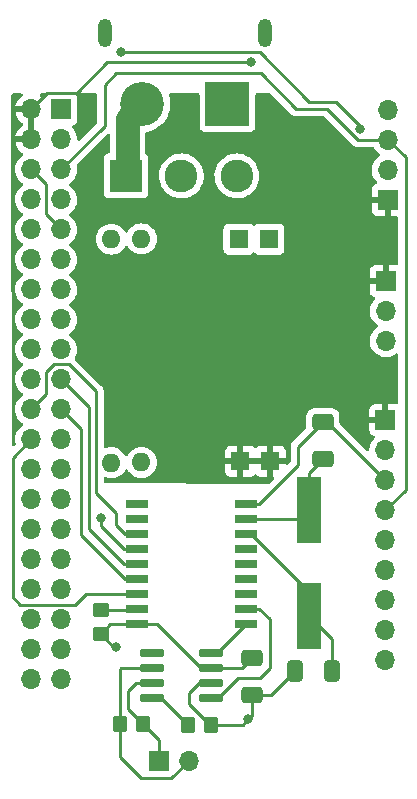
<source format=gbr>
%TF.GenerationSoftware,KiCad,Pcbnew,(6.0.5-0)*%
%TF.CreationDate,2024-03-04T13:36:44-05:00*%
%TF.ProjectId,CubeSat PCB V0.3,43756265-5361-4742-9050-43422056302e,rev?*%
%TF.SameCoordinates,Original*%
%TF.FileFunction,Copper,L1,Top*%
%TF.FilePolarity,Positive*%
%FSLAX46Y46*%
G04 Gerber Fmt 4.6, Leading zero omitted, Abs format (unit mm)*
G04 Created by KiCad (PCBNEW (6.0.5-0)) date 2024-03-04 13:36:44*
%MOMM*%
%LPD*%
G01*
G04 APERTURE LIST*
G04 Aperture macros list*
%AMRoundRect*
0 Rectangle with rounded corners*
0 $1 Rounding radius*
0 $2 $3 $4 $5 $6 $7 $8 $9 X,Y pos of 4 corners*
0 Add a 4 corners polygon primitive as box body*
4,1,4,$2,$3,$4,$5,$6,$7,$8,$9,$2,$3,0*
0 Add four circle primitives for the rounded corners*
1,1,$1+$1,$2,$3*
1,1,$1+$1,$4,$5*
1,1,$1+$1,$6,$7*
1,1,$1+$1,$8,$9*
0 Add four rect primitives between the rounded corners*
20,1,$1+$1,$2,$3,$4,$5,0*
20,1,$1+$1,$4,$5,$6,$7,0*
20,1,$1+$1,$6,$7,$8,$9,0*
20,1,$1+$1,$8,$9,$2,$3,0*%
G04 Aperture macros list end*
%TA.AperFunction,SMDPad,CuDef*%
%ADD10RoundRect,0.250000X-0.350000X-0.450000X0.350000X-0.450000X0.350000X0.450000X-0.350000X0.450000X0*%
%TD*%
%TA.AperFunction,SMDPad,CuDef*%
%ADD11RoundRect,0.042000X0.943000X0.258000X-0.943000X0.258000X-0.943000X-0.258000X0.943000X-0.258000X0*%
%TD*%
%TA.AperFunction,SMDPad,CuDef*%
%ADD12R,2.100000X5.600000*%
%TD*%
%TA.AperFunction,SMDPad,CuDef*%
%ADD13RoundRect,0.250000X0.350000X0.450000X-0.350000X0.450000X-0.350000X-0.450000X0.350000X-0.450000X0*%
%TD*%
%TA.AperFunction,SMDPad,CuDef*%
%ADD14RoundRect,0.250000X-0.650000X0.412500X-0.650000X-0.412500X0.650000X-0.412500X0.650000X0.412500X0*%
%TD*%
%TA.AperFunction,ComponentPad*%
%ADD15R,1.700000X1.700000*%
%TD*%
%TA.AperFunction,ComponentPad*%
%ADD16O,1.700000X1.700000*%
%TD*%
%TA.AperFunction,SMDPad,CuDef*%
%ADD17RoundRect,0.042000X0.913000X0.258000X-0.913000X0.258000X-0.913000X-0.258000X0.913000X-0.258000X0*%
%TD*%
%TA.AperFunction,SMDPad,CuDef*%
%ADD18RoundRect,0.250000X0.650000X-0.412500X0.650000X0.412500X-0.650000X0.412500X-0.650000X-0.412500X0*%
%TD*%
%TA.AperFunction,SMDPad,CuDef*%
%ADD19RoundRect,0.250000X-0.412500X-0.650000X0.412500X-0.650000X0.412500X0.650000X-0.412500X0.650000X0*%
%TD*%
%TA.AperFunction,SMDPad,CuDef*%
%ADD20RoundRect,0.250000X0.450000X-0.350000X0.450000X0.350000X-0.450000X0.350000X-0.450000X-0.350000X0*%
%TD*%
%TA.AperFunction,ComponentPad*%
%ADD21R,1.600000X1.600000*%
%TD*%
%TA.AperFunction,ComponentPad*%
%ADD22O,1.600000X1.600000*%
%TD*%
%TA.AperFunction,ComponentPad*%
%ADD23R,3.716000X3.716000*%
%TD*%
%TA.AperFunction,ComponentPad*%
%ADD24C,3.716000*%
%TD*%
%TA.AperFunction,ComponentPad*%
%ADD25O,1.200000X2.400000*%
%TD*%
%TA.AperFunction,ComponentPad*%
%ADD26R,2.775000X2.775000*%
%TD*%
%TA.AperFunction,ComponentPad*%
%ADD27C,2.775000*%
%TD*%
%TA.AperFunction,ViaPad*%
%ADD28C,0.800000*%
%TD*%
%TA.AperFunction,Conductor*%
%ADD29C,0.250000*%
%TD*%
%TA.AperFunction,Conductor*%
%ADD30C,2.000000*%
%TD*%
G04 APERTURE END LIST*
D10*
%TO.P,R3,1*%
%TO.N,Net-(J7-Pad2)*%
X95025000Y-122425000D03*
%TO.P,R3,2*%
%TO.N,Net-(J7-Pad1)*%
X97025000Y-122425000D03*
%TD*%
D11*
%TO.P,U2,1,D*%
%TO.N,/RX_CAN*%
X102725000Y-120175000D03*
%TO.P,U2,2,GND*%
%TO.N,GND*%
X102725000Y-118905000D03*
%TO.P,U2,3,VCC*%
%TO.N,+3V3*%
X102725000Y-117635000D03*
%TO.P,U2,4,R*%
%TO.N,/TX_CAN*%
X102725000Y-116365000D03*
%TO.P,U2,5,VREF*%
%TO.N,unconnected-(U2-Pad5)*%
X97785000Y-116365000D03*
%TO.P,U2,6,CANL*%
%TO.N,Net-(J7-Pad2)*%
X97785000Y-117635000D03*
%TO.P,U2,7,CANH*%
%TO.N,Net-(J7-Pad1)*%
X97785000Y-118905000D03*
%TO.P,U2,8,RS*%
%TO.N,Net-(R2-Pad2)*%
X97785000Y-120175000D03*
%TD*%
D12*
%TO.P,Y1,1,1*%
%TO.N,/OSC2*%
X111025000Y-113250000D03*
%TO.P,Y1,2,2*%
%TO.N,/OSC1*%
X111025000Y-104250000D03*
%TD*%
D13*
%TO.P,R2,1*%
%TO.N,GND*%
X102775000Y-122450000D03*
%TO.P,R2,2*%
%TO.N,Net-(R2-Pad2)*%
X100775000Y-122450000D03*
%TD*%
D14*
%TO.P,C1,1*%
%TO.N,GND*%
X112225000Y-96812500D03*
%TO.P,C1,2*%
%TO.N,/OSC1*%
X112225000Y-99937500D03*
%TD*%
D15*
%TO.P,J7,1,Pin_1*%
%TO.N,Net-(J7-Pad1)*%
X98325000Y-125500000D03*
D16*
%TO.P,J7,2,Pin_2*%
%TO.N,Net-(J7-Pad2)*%
X100865000Y-125500000D03*
%TD*%
D15*
%TO.P,J1,1,3V3*%
%TO.N,+3V3*%
X90075000Y-70350000D03*
D16*
%TO.P,J1,2,5V*%
%TO.N,+5V*%
X87535000Y-70350000D03*
%TO.P,J1,3,SDA/GPIO2*%
%TO.N,/SDA*%
X90075000Y-72890000D03*
%TO.P,J1,4,5V*%
%TO.N,+5V*%
X87535000Y-72890000D03*
%TO.P,J1,5,SCL/GPIO3*%
%TO.N,/SCL*%
X90075000Y-75430000D03*
%TO.P,J1,6,GND*%
%TO.N,GND*%
X87535000Y-75430000D03*
%TO.P,J1,7,GCLK0/GPIO4*%
%TO.N,unconnected-(J1-Pad7)*%
X90075000Y-77970000D03*
%TO.P,J1,8,GPIO14/TXD*%
%TO.N,unconnected-(J1-Pad8)*%
X87535000Y-77970000D03*
%TO.P,J1,9,GND*%
%TO.N,GND*%
X90075000Y-80510000D03*
%TO.P,J1,10,GPIO15/RXD*%
%TO.N,unconnected-(J1-Pad10)*%
X87535000Y-80510000D03*
%TO.P,J1,11,GPIO17*%
%TO.N,unconnected-(J1-Pad11)*%
X90075000Y-83050000D03*
%TO.P,J1,12,GPIO18/PWM0*%
%TO.N,/led*%
X87535000Y-83050000D03*
%TO.P,J1,13,GPIO27*%
%TO.N,unconnected-(J1-Pad13)*%
X90075000Y-85590000D03*
%TO.P,J1,14,GND*%
%TO.N,GND*%
X87535000Y-85590000D03*
%TO.P,J1,15,GPIO22*%
%TO.N,unconnected-(J1-Pad15)*%
X90075000Y-88130000D03*
%TO.P,J1,16,GPIO23*%
%TO.N,unconnected-(J1-Pad16)*%
X87535000Y-88130000D03*
%TO.P,J1,17,3V3*%
%TO.N,+3V3*%
X90075000Y-90670000D03*
%TO.P,J1,18,GPIO24*%
%TO.N,unconnected-(J1-Pad18)*%
X87535000Y-90670000D03*
%TO.P,J1,19,MOSI0/GPIO10*%
%TO.N,/P_MOSI*%
X90075000Y-93210000D03*
%TO.P,J1,20,GND*%
%TO.N,GND*%
X87535000Y-93210000D03*
%TO.P,J1,21,MISO0/GPIO9*%
%TO.N,/P_MISO*%
X90075000Y-95750000D03*
%TO.P,J1,22,GPIO25*%
%TO.N,/GP25*%
X87535000Y-95750000D03*
%TO.P,J1,23,SCLK0/GPIO11*%
%TO.N,/P_SCK*%
X90075000Y-98290000D03*
%TO.P,J1,24,~{CE0}/GPIO8*%
%TO.N,/P_CE0*%
X87535000Y-98290000D03*
%TO.P,J1,25,GND*%
%TO.N,GND*%
X90075000Y-100830000D03*
%TO.P,J1,26,~{CE1}/GPIO7*%
%TO.N,unconnected-(J1-Pad26)*%
X87535000Y-100830000D03*
%TO.P,J1,27,ID_SD/GPIO0*%
%TO.N,unconnected-(J1-Pad27)*%
X90075000Y-103370000D03*
%TO.P,J1,28,ID_SC/GPIO1*%
%TO.N,unconnected-(J1-Pad28)*%
X87535000Y-103370000D03*
%TO.P,J1,29,GCLK1/GPIO5*%
%TO.N,unconnected-(J1-Pad29)*%
X90075000Y-105910000D03*
%TO.P,J1,30,GND*%
%TO.N,GND*%
X87535000Y-105910000D03*
%TO.P,J1,31,GCLK2/GPIO6*%
%TO.N,unconnected-(J1-Pad31)*%
X90075000Y-108450000D03*
%TO.P,J1,32,PWM0/GPIO12*%
%TO.N,unconnected-(J1-Pad32)*%
X87535000Y-108450000D03*
%TO.P,J1,33,PWM1/GPIO13*%
%TO.N,unconnected-(J1-Pad33)*%
X90075000Y-110990000D03*
%TO.P,J1,34,GND*%
%TO.N,GND*%
X87535000Y-110990000D03*
%TO.P,J1,35,GPIO19/MISO1*%
%TO.N,unconnected-(J1-Pad35)*%
X90075000Y-113530000D03*
%TO.P,J1,36,GPIO16*%
%TO.N,unconnected-(J1-Pad36)*%
X87535000Y-113530000D03*
%TO.P,J1,37,GPIO26*%
%TO.N,unconnected-(J1-Pad37)*%
X90075000Y-116070000D03*
%TO.P,J1,38,GPIO20/MOSI1*%
%TO.N,unconnected-(J1-Pad38)*%
X87535000Y-116070000D03*
%TO.P,J1,39,GND*%
%TO.N,GND*%
X90075000Y-118610000D03*
%TO.P,J1,40,GPIO21/SCLK1*%
%TO.N,unconnected-(J1-Pad40)*%
X87535000Y-118610000D03*
%TD*%
D17*
%TO.P,U3,1,TXCAN*%
%TO.N,/TX_CAN*%
X105695000Y-113930000D03*
%TO.P,U3,2,RXCAN*%
%TO.N,/RX_CAN*%
X105695000Y-112660000D03*
%TO.P,U3,3,CLKOUT/SOF*%
%TO.N,unconnected-(U3-Pad3)*%
X105695000Y-111390000D03*
%TO.P,U3,4,~{TX0RTS}*%
%TO.N,unconnected-(U3-Pad4)*%
X105695000Y-110120000D03*
%TO.P,U3,5,~{TX1RTS}*%
%TO.N,unconnected-(U3-Pad5)*%
X105695000Y-108850000D03*
%TO.P,U3,6,~{TX2RTS}*%
%TO.N,unconnected-(U3-Pad6)*%
X105695000Y-107580000D03*
%TO.P,U3,7,OSC2*%
%TO.N,/OSC2*%
X105695000Y-106310000D03*
%TO.P,U3,8,OSC1*%
%TO.N,/OSC1*%
X105695000Y-105040000D03*
%TO.P,U3,9,VSS*%
%TO.N,GND*%
X105695000Y-103770000D03*
%TO.P,U3,10,~{RX1BF}*%
%TO.N,unconnected-(U3-Pad10)*%
X96475000Y-103770000D03*
%TO.P,U3,11,~{RX0BF}*%
%TO.N,unconnected-(U3-Pad11)*%
X96475000Y-105040000D03*
%TO.P,U3,12,~{INT}*%
%TO.N,/GP25*%
X96475000Y-106310000D03*
%TO.P,U3,13,SCK*%
%TO.N,/P_SCK*%
X96475000Y-107580000D03*
%TO.P,U3,14,SI*%
%TO.N,/P_MOSI*%
X96475000Y-108850000D03*
%TO.P,U3,15,SO*%
%TO.N,/P_MISO*%
X96475000Y-110120000D03*
%TO.P,U3,16,~{CS}*%
%TO.N,/P_CE0*%
X96475000Y-111390000D03*
%TO.P,U3,17,~{RESET}*%
%TO.N,Net-(R1-Pad2)*%
X96475000Y-112660000D03*
%TO.P,U3,18,VDD*%
%TO.N,+3V3*%
X96475000Y-113930000D03*
%TD*%
D18*
%TO.P,C3,1*%
%TO.N,GND*%
X106200000Y-119912500D03*
%TO.P,C3,2*%
%TO.N,+3V3*%
X106200000Y-116787500D03*
%TD*%
D19*
%TO.P,C2,1*%
%TO.N,GND*%
X109837500Y-117900000D03*
%TO.P,C2,2*%
%TO.N,/OSC2*%
X112962500Y-117900000D03*
%TD*%
D20*
%TO.P,R1,1*%
%TO.N,+3V3*%
X93400000Y-114725000D03*
%TO.P,R1,2*%
%TO.N,Net-(R1-Pad2)*%
X93400000Y-112725000D03*
%TD*%
D21*
%TO.P,U1,1,Vin*%
%TO.N,+BATT*%
X107662000Y-81340000D03*
X105122000Y-81340000D03*
D22*
%TO.P,U1,2,GND*%
%TO.N,GND*%
X96867000Y-81314600D03*
X94327000Y-81340000D03*
D21*
%TO.P,U1,3,Vout*%
%TO.N,+5V*%
X107789000Y-100136000D03*
X105249000Y-100136000D03*
D22*
%TO.P,U1,4,GND*%
%TO.N,GND*%
X94327000Y-100263000D03*
X96867000Y-100237600D03*
%TD*%
D23*
%TO.P,J4,1,+*%
%TO.N,+BATT*%
X104150000Y-69900000D03*
D24*
%TO.P,J4,2,-*%
%TO.N,Net-(J4-Pad2)*%
X96950000Y-69900000D03*
D25*
%TO.P,J4,S1*%
%TO.N,N/C*%
X107300000Y-63900000D03*
%TO.P,J4,S2*%
X93800000Y-63900000D03*
%TD*%
D26*
%TO.P,SW1,1,A*%
%TO.N,Net-(J4-Pad2)*%
X95550000Y-75975000D03*
D27*
%TO.P,SW1,2,B*%
%TO.N,GND*%
X100250000Y-75975000D03*
%TO.P,SW1,3,C*%
%TO.N,unconnected-(SW1-Pad3)*%
X104950000Y-75975000D03*
%TD*%
D15*
%TO.P,J5,1,Pin_1*%
%TO.N,+5V*%
X117550000Y-84875000D03*
D16*
%TO.P,J5,2,Pin_2*%
%TO.N,/led*%
X117550000Y-87415000D03*
%TO.P,J5,3,Pin_3*%
%TO.N,GND*%
X117550000Y-89955000D03*
%TD*%
D15*
%TO.P,J2,1,Pin_1*%
%TO.N,+5V*%
X117725000Y-78000000D03*
D16*
%TO.P,J2,2,Pin_2*%
%TO.N,/SDA*%
X117725000Y-75460000D03*
%TO.P,J2,3,Pin_3*%
%TO.N,/SCL*%
X117725000Y-72920000D03*
%TO.P,J2,4,Pin_4*%
%TO.N,GND*%
X117725000Y-70380000D03*
%TD*%
D15*
%TO.P,J3,1,Pin_1*%
%TO.N,+5V*%
X117525000Y-96650000D03*
D16*
%TO.P,J3,2,Pin_2*%
%TO.N,unconnected-(J3-Pad2)*%
X117525000Y-99190000D03*
%TO.P,J3,3,Pin_3*%
%TO.N,GND*%
X117525000Y-101730000D03*
%TO.P,J3,4,Pin_4*%
%TO.N,/SCL*%
X117525000Y-104270000D03*
%TO.P,J3,5,Pin_5*%
%TO.N,/SDA*%
X117525000Y-106810000D03*
%TO.P,J3,6,Pin_6*%
%TO.N,unconnected-(J3-Pad6)*%
X117525000Y-109350000D03*
%TO.P,J3,7,Pin_7*%
%TO.N,unconnected-(J3-Pad7)*%
X117525000Y-111890000D03*
%TO.P,J3,8,Pin_8*%
%TO.N,unconnected-(J3-Pad8)*%
X117525000Y-114430000D03*
%TO.P,J3,9,Pin_9*%
%TO.N,unconnected-(J3-Pad9)*%
X117525000Y-116970000D03*
%TD*%
D28*
%TO.N,GND*%
X105887500Y-121987500D03*
%TO.N,/led*%
X95100000Y-65500000D03*
X115400000Y-72050000D03*
%TO.N,+3V3*%
X94725000Y-115825000D03*
%TO.N,/P_SCK*%
X93450000Y-104974337D03*
%TO.N,+5V*%
X111925000Y-71450000D03*
X106125000Y-66375000D03*
%TD*%
D29*
%TO.N,/OSC1*%
X105695000Y-105040000D02*
X110235000Y-105040000D01*
X112225000Y-99937500D02*
X111025000Y-101137500D01*
X111025000Y-101137500D02*
X111025000Y-104250000D01*
X110235000Y-105040000D02*
X111025000Y-104250000D01*
%TO.N,/SCL*%
X115195000Y-72920000D02*
X117725000Y-72920000D01*
X93750000Y-68275000D02*
X94725000Y-67300000D01*
X94725000Y-67300000D02*
X106975000Y-67300000D01*
X90075000Y-75430000D02*
X93750000Y-71755000D01*
X119225000Y-74420000D02*
X117725000Y-72920000D01*
X112550000Y-70275000D02*
X115195000Y-72920000D01*
X109950000Y-70275000D02*
X112550000Y-70275000D01*
X93750000Y-71755000D02*
X93750000Y-68275000D01*
X119225000Y-102570000D02*
X119225000Y-74420000D01*
X106975000Y-67300000D02*
X109950000Y-70275000D01*
X117525000Y-104270000D02*
X119225000Y-102570000D01*
%TO.N,GND*%
X106200000Y-121675000D02*
X105887500Y-121987500D01*
X106200000Y-119912500D02*
X106200000Y-121675000D01*
X102650000Y-122450000D02*
X102775000Y-122450000D01*
X106830000Y-103770000D02*
X110125000Y-100475000D01*
X117525000Y-101730000D02*
X112607500Y-96812500D01*
X105425000Y-122450000D02*
X102775000Y-122450000D01*
X100875000Y-119800000D02*
X100875000Y-120675000D01*
X107825000Y-119912500D02*
X106200000Y-119912500D01*
X88800000Y-76695000D02*
X88800000Y-79235000D01*
X109837500Y-117900000D02*
X107825000Y-119912500D01*
X88800000Y-79235000D02*
X90075000Y-80510000D01*
X110125000Y-98912500D02*
X112225000Y-96812500D01*
X101770000Y-118905000D02*
X100875000Y-119800000D01*
X100875000Y-120675000D02*
X102650000Y-122450000D01*
X105695000Y-103770000D02*
X106830000Y-103770000D01*
X102725000Y-118905000D02*
X101770000Y-118905000D01*
X87535000Y-75430000D02*
X88800000Y-76695000D01*
X110125000Y-100475000D02*
X110125000Y-98912500D01*
X112607500Y-96812500D02*
X112225000Y-96812500D01*
X105887500Y-121987500D02*
X105425000Y-122450000D01*
%TO.N,/led*%
X115400000Y-71725000D02*
X113375000Y-69700000D01*
X113375000Y-69700000D02*
X111075929Y-69700000D01*
X115400000Y-72050000D02*
X115400000Y-71725000D01*
X106875929Y-65500000D02*
X95100000Y-65500000D01*
X111075929Y-69700000D02*
X106875929Y-65500000D01*
%TO.N,/OSC2*%
X106114337Y-106310000D02*
X111025000Y-111220663D01*
X112962500Y-115187500D02*
X111025000Y-113250000D01*
X105695000Y-106310000D02*
X106114337Y-106310000D01*
X112962500Y-117900000D02*
X112962500Y-115187500D01*
X111025000Y-111220663D02*
X111025000Y-113250000D01*
%TO.N,+3V3*%
X98180000Y-113930000D02*
X101885000Y-117635000D01*
X94500000Y-115825000D02*
X93400000Y-114725000D01*
X102725000Y-117635000D02*
X105352500Y-117635000D01*
X101885000Y-117635000D02*
X102725000Y-117635000D01*
X94725000Y-115825000D02*
X94500000Y-115825000D01*
X94195000Y-113930000D02*
X93400000Y-114725000D01*
X96475000Y-113930000D02*
X94195000Y-113930000D01*
X96475000Y-113930000D02*
X98180000Y-113930000D01*
X105352500Y-117635000D02*
X106200000Y-116787500D01*
%TO.N,/P_MOSI*%
X92400000Y-105850000D02*
X95400000Y-108850000D01*
X90075000Y-93210000D02*
X92400000Y-95535000D01*
X92400000Y-95535000D02*
X92400000Y-105850000D01*
X95400000Y-108850000D02*
X96475000Y-108850000D01*
%TO.N,/P_MISO*%
X91725000Y-97400000D02*
X90075000Y-95750000D01*
X95445000Y-110120000D02*
X91725000Y-106400000D01*
X91725000Y-106400000D02*
X91725000Y-97400000D01*
X96475000Y-110120000D02*
X95445000Y-110120000D01*
%TO.N,/GP25*%
X88800000Y-92550000D02*
X88800000Y-94485000D01*
X90750000Y-91925000D02*
X89425000Y-91925000D01*
X94725000Y-105575000D02*
X94725000Y-104525000D01*
X93025000Y-94200000D02*
X90750000Y-91925000D01*
X93025000Y-102825000D02*
X93025000Y-94200000D01*
X96475000Y-106310000D02*
X95460000Y-106310000D01*
X89425000Y-91925000D02*
X88800000Y-92550000D01*
X94725000Y-104525000D02*
X93025000Y-102825000D01*
X95460000Y-106310000D02*
X94725000Y-105575000D01*
X88800000Y-94485000D02*
X87535000Y-95750000D01*
%TO.N,/P_SCK*%
X93450000Y-105650000D02*
X93450000Y-104974337D01*
X95380000Y-107580000D02*
X93450000Y-105650000D01*
X96475000Y-107580000D02*
X95380000Y-107580000D01*
%TO.N,+5V*%
X91370479Y-68979521D02*
X88905479Y-68979521D01*
X106125000Y-66375000D02*
X93975000Y-66375000D01*
X93975000Y-66375000D02*
X91370479Y-68979521D01*
X88905479Y-68979521D02*
X87535000Y-70350000D01*
D30*
%TO.N,Net-(J4-Pad2)*%
X96950000Y-69900000D02*
X95700000Y-71150000D01*
X95700000Y-71150000D02*
X95700000Y-75825000D01*
X95700000Y-75825000D02*
X95550000Y-75975000D01*
D29*
%TO.N,/P_CE0*%
X86000000Y-111650000D02*
X86625000Y-112275000D01*
X91275000Y-112275000D02*
X92160000Y-111390000D01*
X86625000Y-112275000D02*
X91275000Y-112275000D01*
X87535000Y-98290000D02*
X86000000Y-99825000D01*
X92160000Y-111390000D02*
X96475000Y-111390000D01*
X86000000Y-99825000D02*
X86000000Y-111650000D01*
%TO.N,Net-(R1-Pad2)*%
X93400000Y-112725000D02*
X96410000Y-112725000D01*
X96410000Y-112725000D02*
X96475000Y-112660000D01*
%TO.N,Net-(R2-Pad2)*%
X97785000Y-120175000D02*
X98500000Y-120175000D01*
X98500000Y-120175000D02*
X100775000Y-122450000D01*
%TO.N,Net-(J7-Pad2)*%
X99365000Y-127000000D02*
X100865000Y-125500000D01*
X95025000Y-122425000D02*
X95025000Y-125175000D01*
X95025000Y-117750000D02*
X95025000Y-122425000D01*
X96850000Y-127000000D02*
X99365000Y-127000000D01*
X97785000Y-117635000D02*
X95140000Y-117635000D01*
X95025000Y-125175000D02*
X96850000Y-127000000D01*
X95140000Y-117635000D02*
X95025000Y-117750000D01*
%TO.N,Net-(J7-Pad1)*%
X95750000Y-119575000D02*
X95750000Y-121150000D01*
X97785000Y-118905000D02*
X96420000Y-118905000D01*
X97025000Y-122425000D02*
X98325000Y-123725000D01*
X98325000Y-123725000D02*
X98325000Y-125500000D01*
X95750000Y-121150000D02*
X97025000Y-122425000D01*
X96420000Y-118905000D02*
X95750000Y-119575000D01*
%TO.N,/RX_CAN*%
X107725000Y-117662493D02*
X107725000Y-113525000D01*
X106860000Y-112660000D02*
X105695000Y-112660000D01*
X102725000Y-120175000D02*
X103375000Y-120175000D01*
X107725000Y-113525000D02*
X106860000Y-112660000D01*
X103375000Y-120175000D02*
X105050000Y-118500000D01*
X106887493Y-118500000D02*
X107725000Y-117662493D01*
X105050000Y-118500000D02*
X106887493Y-118500000D01*
%TO.N,/TX_CAN*%
X103260000Y-116365000D02*
X102725000Y-116365000D01*
X105695000Y-113930000D02*
X103260000Y-116365000D01*
%TD*%
%TA.AperFunction,Conductor*%
%TO.N,+5V*%
G36*
X107761770Y-68986802D02*
G01*
X107782903Y-69003807D01*
X109446343Y-70667247D01*
X109453887Y-70675537D01*
X109458000Y-70682018D01*
X109463777Y-70687443D01*
X109507667Y-70728658D01*
X109510509Y-70731413D01*
X109530230Y-70751134D01*
X109533425Y-70753612D01*
X109542447Y-70761318D01*
X109574679Y-70791586D01*
X109581628Y-70795406D01*
X109592432Y-70801346D01*
X109608956Y-70812199D01*
X109624959Y-70824613D01*
X109665543Y-70842176D01*
X109676173Y-70847383D01*
X109714940Y-70868695D01*
X109722617Y-70870666D01*
X109722622Y-70870668D01*
X109734558Y-70873732D01*
X109753266Y-70880137D01*
X109771855Y-70888181D01*
X109779680Y-70889420D01*
X109779682Y-70889421D01*
X109815519Y-70895097D01*
X109827140Y-70897504D01*
X109862289Y-70906528D01*
X109869970Y-70908500D01*
X109890231Y-70908500D01*
X109909940Y-70910051D01*
X109929943Y-70913219D01*
X109937835Y-70912473D01*
X109943062Y-70911979D01*
X109973954Y-70909059D01*
X109985811Y-70908500D01*
X112235406Y-70908500D01*
X112303527Y-70928502D01*
X112324501Y-70945405D01*
X113526424Y-72147329D01*
X114691348Y-73312253D01*
X114698888Y-73320539D01*
X114703000Y-73327018D01*
X114708777Y-73332443D01*
X114752651Y-73373643D01*
X114755493Y-73376398D01*
X114775230Y-73396135D01*
X114778427Y-73398615D01*
X114787447Y-73406318D01*
X114819679Y-73436586D01*
X114826625Y-73440405D01*
X114826628Y-73440407D01*
X114837434Y-73446348D01*
X114853953Y-73457199D01*
X114869959Y-73469614D01*
X114877228Y-73472759D01*
X114877232Y-73472762D01*
X114910537Y-73487174D01*
X114921187Y-73492391D01*
X114959940Y-73513695D01*
X114967615Y-73515666D01*
X114967616Y-73515666D01*
X114979562Y-73518733D01*
X114998267Y-73525137D01*
X115016855Y-73533181D01*
X115024678Y-73534420D01*
X115024688Y-73534423D01*
X115060524Y-73540099D01*
X115072144Y-73542505D01*
X115107289Y-73551528D01*
X115114970Y-73553500D01*
X115135224Y-73553500D01*
X115154934Y-73555051D01*
X115174943Y-73558220D01*
X115182835Y-73557474D01*
X115218961Y-73554059D01*
X115230819Y-73553500D01*
X116449274Y-73553500D01*
X116517395Y-73573502D01*
X116556707Y-73613665D01*
X116624987Y-73725088D01*
X116771250Y-73893938D01*
X116943126Y-74036632D01*
X116964639Y-74049203D01*
X117016445Y-74079476D01*
X117065169Y-74131114D01*
X117078240Y-74200897D01*
X117051509Y-74266669D01*
X117011055Y-74300027D01*
X116998607Y-74306507D01*
X116994474Y-74309610D01*
X116994471Y-74309612D01*
X116824100Y-74437530D01*
X116819965Y-74440635D01*
X116816393Y-74444373D01*
X116669319Y-74598277D01*
X116665629Y-74602138D01*
X116539743Y-74786680D01*
X116445688Y-74989305D01*
X116385989Y-75204570D01*
X116362251Y-75426695D01*
X116362548Y-75431848D01*
X116362548Y-75431851D01*
X116374773Y-75643863D01*
X116375110Y-75649715D01*
X116376247Y-75654761D01*
X116376248Y-75654767D01*
X116387076Y-75702811D01*
X116424222Y-75867639D01*
X116469125Y-75978222D01*
X116497873Y-76049020D01*
X116508266Y-76074616D01*
X116624987Y-76265088D01*
X116771250Y-76433938D01*
X116775225Y-76437238D01*
X116775231Y-76437244D01*
X116780425Y-76441556D01*
X116820059Y-76500460D01*
X116821555Y-76571441D01*
X116784439Y-76631962D01*
X116744168Y-76656480D01*
X116636946Y-76696676D01*
X116621351Y-76705214D01*
X116519276Y-76781715D01*
X116506715Y-76794276D01*
X116430214Y-76896351D01*
X116421676Y-76911946D01*
X116376522Y-77032394D01*
X116372895Y-77047649D01*
X116367369Y-77098514D01*
X116367000Y-77105328D01*
X116367000Y-77727885D01*
X116371475Y-77743124D01*
X116372865Y-77744329D01*
X116380548Y-77746000D01*
X117853000Y-77746000D01*
X117921121Y-77766002D01*
X117967614Y-77819658D01*
X117979000Y-77872000D01*
X117979000Y-79339884D01*
X117983475Y-79355123D01*
X117984865Y-79356328D01*
X117992548Y-79357999D01*
X118465500Y-79357999D01*
X118533621Y-79378001D01*
X118580114Y-79431657D01*
X118591500Y-79483999D01*
X118591500Y-83392150D01*
X118571498Y-83460271D01*
X118517842Y-83506764D01*
X118454917Y-83516926D01*
X118454883Y-83517553D01*
X118452002Y-83517397D01*
X118451897Y-83517414D01*
X118451480Y-83517369D01*
X118444672Y-83517000D01*
X117822115Y-83517000D01*
X117806876Y-83521475D01*
X117805671Y-83522865D01*
X117804000Y-83530548D01*
X117804000Y-85003000D01*
X117783998Y-85071121D01*
X117730342Y-85117614D01*
X117678000Y-85129000D01*
X116210116Y-85129000D01*
X116194877Y-85133475D01*
X116193672Y-85134865D01*
X116192001Y-85142548D01*
X116192001Y-85769669D01*
X116192371Y-85776490D01*
X116197895Y-85827352D01*
X116201521Y-85842604D01*
X116246676Y-85963054D01*
X116255214Y-85978649D01*
X116331715Y-86080724D01*
X116344276Y-86093285D01*
X116446351Y-86169786D01*
X116461946Y-86178324D01*
X116570827Y-86219142D01*
X116627591Y-86261784D01*
X116652291Y-86328345D01*
X116637083Y-86397694D01*
X116617691Y-86424175D01*
X116494200Y-86553401D01*
X116490629Y-86557138D01*
X116487715Y-86561410D01*
X116487714Y-86561411D01*
X116440126Y-86631173D01*
X116364743Y-86741680D01*
X116270688Y-86944305D01*
X116210989Y-87159570D01*
X116187251Y-87381695D01*
X116187548Y-87386848D01*
X116187548Y-87386851D01*
X116191845Y-87461375D01*
X116200110Y-87604715D01*
X116201247Y-87609761D01*
X116201248Y-87609767D01*
X116218418Y-87685954D01*
X116249222Y-87822639D01*
X116333266Y-88029616D01*
X116335965Y-88034020D01*
X116437621Y-88199908D01*
X116449987Y-88220088D01*
X116596250Y-88388938D01*
X116768126Y-88531632D01*
X116778406Y-88537639D01*
X116841445Y-88574476D01*
X116890169Y-88626114D01*
X116903240Y-88695897D01*
X116876509Y-88761669D01*
X116836055Y-88795027D01*
X116823607Y-88801507D01*
X116819474Y-88804610D01*
X116819471Y-88804612D01*
X116651552Y-88930689D01*
X116644965Y-88935635D01*
X116490629Y-89097138D01*
X116487715Y-89101410D01*
X116487714Y-89101411D01*
X116440126Y-89171173D01*
X116364743Y-89281680D01*
X116270688Y-89484305D01*
X116210989Y-89699570D01*
X116187251Y-89921695D01*
X116187548Y-89926848D01*
X116187548Y-89926851D01*
X116191845Y-90001375D01*
X116200110Y-90144715D01*
X116201247Y-90149761D01*
X116201248Y-90149767D01*
X116218418Y-90225954D01*
X116249222Y-90362639D01*
X116333266Y-90569616D01*
X116335965Y-90574020D01*
X116437621Y-90739908D01*
X116449987Y-90760088D01*
X116596250Y-90928938D01*
X116768126Y-91071632D01*
X116961000Y-91184338D01*
X117169692Y-91264030D01*
X117174760Y-91265061D01*
X117174763Y-91265062D01*
X117247346Y-91279829D01*
X117388597Y-91308567D01*
X117393772Y-91308757D01*
X117393774Y-91308757D01*
X117606673Y-91316564D01*
X117606677Y-91316564D01*
X117611837Y-91316753D01*
X117616957Y-91316097D01*
X117616959Y-91316097D01*
X117828288Y-91289025D01*
X117828289Y-91289025D01*
X117833416Y-91288368D01*
X117861878Y-91279829D01*
X118042429Y-91225661D01*
X118042434Y-91225659D01*
X118047384Y-91224174D01*
X118247994Y-91125896D01*
X118252199Y-91122896D01*
X118252205Y-91122893D01*
X118392332Y-91022941D01*
X118459405Y-90999668D01*
X118528414Y-91016351D01*
X118577448Y-91067695D01*
X118591500Y-91125520D01*
X118591500Y-95169866D01*
X118571498Y-95237987D01*
X118517842Y-95284480D01*
X118451892Y-95295129D01*
X118426486Y-95292369D01*
X118419672Y-95292000D01*
X117797115Y-95292000D01*
X117781876Y-95296475D01*
X117780671Y-95297865D01*
X117779000Y-95305548D01*
X117779000Y-96778000D01*
X117758998Y-96846121D01*
X117705342Y-96892614D01*
X117653000Y-96904000D01*
X116185116Y-96904000D01*
X116169877Y-96908475D01*
X116168672Y-96909865D01*
X116167001Y-96917548D01*
X116167001Y-97544669D01*
X116167371Y-97551490D01*
X116172895Y-97602352D01*
X116176521Y-97617604D01*
X116221676Y-97738054D01*
X116230214Y-97753649D01*
X116306715Y-97855724D01*
X116319276Y-97868285D01*
X116421351Y-97944786D01*
X116436946Y-97953324D01*
X116545827Y-97994142D01*
X116602591Y-98036784D01*
X116627291Y-98103345D01*
X116612083Y-98172694D01*
X116592691Y-98199175D01*
X116542629Y-98251562D01*
X116465629Y-98332138D01*
X116462715Y-98336410D01*
X116462714Y-98336411D01*
X116401412Y-98426277D01*
X116339743Y-98516680D01*
X116306889Y-98587459D01*
X116251555Y-98706666D01*
X116245688Y-98719305D01*
X116185989Y-98934570D01*
X116162251Y-99156695D01*
X116162548Y-99161853D01*
X116162422Y-99167024D01*
X116160914Y-99166987D01*
X116146411Y-99229482D01*
X116095520Y-99278986D01*
X116025944Y-99293117D01*
X115959773Y-99267389D01*
X115947574Y-99256669D01*
X113670405Y-96979500D01*
X113636379Y-96917188D01*
X113633500Y-96890405D01*
X113633500Y-96377885D01*
X116167000Y-96377885D01*
X116171475Y-96393124D01*
X116172865Y-96394329D01*
X116180548Y-96396000D01*
X117252885Y-96396000D01*
X117268124Y-96391525D01*
X117269329Y-96390135D01*
X117271000Y-96382452D01*
X117271000Y-95310116D01*
X117266525Y-95294877D01*
X117265135Y-95293672D01*
X117257452Y-95292001D01*
X116630331Y-95292001D01*
X116623510Y-95292371D01*
X116572648Y-95297895D01*
X116557396Y-95301521D01*
X116436946Y-95346676D01*
X116421351Y-95355214D01*
X116319276Y-95431715D01*
X116306715Y-95444276D01*
X116230214Y-95546351D01*
X116221676Y-95561946D01*
X116176522Y-95682394D01*
X116172895Y-95697649D01*
X116167369Y-95748514D01*
X116167000Y-95755328D01*
X116167000Y-96377885D01*
X113633500Y-96377885D01*
X113633500Y-96349600D01*
X113622526Y-96243834D01*
X113609675Y-96205313D01*
X113568868Y-96083002D01*
X113566550Y-96076054D01*
X113473478Y-95925652D01*
X113348303Y-95800695D01*
X113342072Y-95796854D01*
X113203968Y-95711725D01*
X113203966Y-95711724D01*
X113197738Y-95707885D01*
X113037254Y-95654655D01*
X113036389Y-95654368D01*
X113036387Y-95654368D01*
X113029861Y-95652203D01*
X113023025Y-95651503D01*
X113023022Y-95651502D01*
X112979969Y-95647091D01*
X112925400Y-95641500D01*
X111524600Y-95641500D01*
X111521354Y-95641837D01*
X111521350Y-95641837D01*
X111425692Y-95651762D01*
X111425688Y-95651763D01*
X111418834Y-95652474D01*
X111412298Y-95654655D01*
X111412296Y-95654655D01*
X111329153Y-95682394D01*
X111251054Y-95708450D01*
X111100652Y-95801522D01*
X110975695Y-95926697D01*
X110971855Y-95932927D01*
X110971854Y-95932928D01*
X110967671Y-95939715D01*
X110882885Y-96077262D01*
X110858134Y-96151885D01*
X110840413Y-96205313D01*
X110827203Y-96245139D01*
X110816500Y-96349600D01*
X110816500Y-97272905D01*
X110796498Y-97341026D01*
X110779595Y-97362000D01*
X109732747Y-98408848D01*
X109724461Y-98416388D01*
X109717982Y-98420500D01*
X109712557Y-98426277D01*
X109671357Y-98470151D01*
X109668602Y-98472993D01*
X109648865Y-98492730D01*
X109646385Y-98495927D01*
X109638682Y-98504947D01*
X109608414Y-98537179D01*
X109604595Y-98544125D01*
X109604593Y-98544128D01*
X109598652Y-98554934D01*
X109587801Y-98571453D01*
X109575386Y-98587459D01*
X109572241Y-98594728D01*
X109572238Y-98594732D01*
X109557826Y-98628037D01*
X109552609Y-98638687D01*
X109531305Y-98677440D01*
X109529334Y-98685115D01*
X109529334Y-98685116D01*
X109526267Y-98697062D01*
X109519863Y-98715766D01*
X109511819Y-98734355D01*
X109510580Y-98742178D01*
X109510577Y-98742188D01*
X109504901Y-98778024D01*
X109502495Y-98789644D01*
X109491500Y-98832470D01*
X109491500Y-98852724D01*
X109489949Y-98872434D01*
X109486780Y-98892443D01*
X109487526Y-98900335D01*
X109490941Y-98936461D01*
X109491500Y-98948319D01*
X109491500Y-100160406D01*
X109471498Y-100228527D01*
X109454595Y-100249501D01*
X109292327Y-100411769D01*
X109230015Y-100445795D01*
X109159200Y-100440730D01*
X109123300Y-100413856D01*
X109120486Y-100417104D01*
X109091135Y-100391671D01*
X109083452Y-100390000D01*
X108061115Y-100390000D01*
X108045876Y-100394475D01*
X108044671Y-100395865D01*
X108043000Y-100403548D01*
X108043000Y-101425884D01*
X108047475Y-101441123D01*
X108060651Y-101452540D01*
X108099035Y-101512266D01*
X108099035Y-101583263D01*
X108067235Y-101636860D01*
X107678695Y-102025401D01*
X107616383Y-102059425D01*
X107589224Y-102062304D01*
X93784124Y-102021064D01*
X93716063Y-102000859D01*
X93669731Y-101947065D01*
X93658500Y-101895065D01*
X93658500Y-101592824D01*
X93678502Y-101524703D01*
X93732158Y-101478210D01*
X93802432Y-101468106D01*
X93837749Y-101478629D01*
X93872769Y-101494959D01*
X93872778Y-101494962D01*
X93877757Y-101497284D01*
X93883065Y-101498706D01*
X93883067Y-101498707D01*
X94093598Y-101555119D01*
X94093600Y-101555119D01*
X94098913Y-101556543D01*
X94327000Y-101576498D01*
X94555087Y-101556543D01*
X94560400Y-101555119D01*
X94560402Y-101555119D01*
X94770933Y-101498707D01*
X94770935Y-101498706D01*
X94776243Y-101497284D01*
X94781229Y-101494959D01*
X94978762Y-101402849D01*
X94978767Y-101402846D01*
X94983749Y-101400523D01*
X95139131Y-101291723D01*
X95166789Y-101272357D01*
X95166792Y-101272355D01*
X95171300Y-101269198D01*
X95333198Y-101107300D01*
X95339544Y-101098238D01*
X95441708Y-100952332D01*
X95464523Y-100919749D01*
X95466846Y-100914767D01*
X95466849Y-100914762D01*
X95488727Y-100867843D01*
X95535644Y-100814558D01*
X95603921Y-100795097D01*
X95671881Y-100815639D01*
X95717117Y-100867843D01*
X95727151Y-100889362D01*
X95727154Y-100889367D01*
X95729477Y-100894349D01*
X95750419Y-100924257D01*
X95834172Y-101043868D01*
X95860802Y-101081900D01*
X96022700Y-101243798D01*
X96027208Y-101246955D01*
X96027211Y-101246957D01*
X96082959Y-101285992D01*
X96210251Y-101375123D01*
X96215233Y-101377446D01*
X96215238Y-101377449D01*
X96357957Y-101443999D01*
X96417757Y-101471884D01*
X96423065Y-101473306D01*
X96423067Y-101473307D01*
X96633598Y-101529719D01*
X96633600Y-101529719D01*
X96638913Y-101531143D01*
X96867000Y-101551098D01*
X97095087Y-101531143D01*
X97100400Y-101529719D01*
X97100402Y-101529719D01*
X97310933Y-101473307D01*
X97310935Y-101473306D01*
X97316243Y-101471884D01*
X97376043Y-101443999D01*
X97518762Y-101377449D01*
X97518767Y-101377446D01*
X97523749Y-101375123D01*
X97651041Y-101285992D01*
X97706789Y-101246957D01*
X97706792Y-101246955D01*
X97711300Y-101243798D01*
X97873198Y-101081900D01*
X97899829Y-101043868D01*
X97944081Y-100980669D01*
X103941001Y-100980669D01*
X103941371Y-100987490D01*
X103946895Y-101038352D01*
X103950521Y-101053604D01*
X103995676Y-101174054D01*
X104004214Y-101189649D01*
X104080715Y-101291724D01*
X104093276Y-101304285D01*
X104195351Y-101380786D01*
X104210946Y-101389324D01*
X104331394Y-101434478D01*
X104346649Y-101438105D01*
X104397514Y-101443631D01*
X104404328Y-101444000D01*
X104976885Y-101444000D01*
X104992124Y-101439525D01*
X104993329Y-101438135D01*
X104995000Y-101430452D01*
X104995000Y-101425884D01*
X105503000Y-101425884D01*
X105507475Y-101441123D01*
X105508865Y-101442328D01*
X105516548Y-101443999D01*
X106093669Y-101443999D01*
X106100490Y-101443629D01*
X106151352Y-101438105D01*
X106166604Y-101434479D01*
X106287054Y-101389324D01*
X106302649Y-101380786D01*
X106404724Y-101304285D01*
X106417286Y-101291723D01*
X106418174Y-101290538D01*
X106419351Y-101289658D01*
X106423635Y-101285374D01*
X106424253Y-101285992D01*
X106475033Y-101248023D01*
X106545852Y-101242997D01*
X106608145Y-101277057D01*
X106619826Y-101290538D01*
X106620714Y-101291723D01*
X106633276Y-101304285D01*
X106735351Y-101380786D01*
X106750946Y-101389324D01*
X106871394Y-101434478D01*
X106886649Y-101438105D01*
X106937514Y-101443631D01*
X106944328Y-101444000D01*
X107516885Y-101444000D01*
X107532124Y-101439525D01*
X107533329Y-101438135D01*
X107535000Y-101430452D01*
X107535000Y-100408115D01*
X107530525Y-100392876D01*
X107529135Y-100391671D01*
X107521452Y-100390000D01*
X105521115Y-100390000D01*
X105505876Y-100394475D01*
X105504671Y-100395865D01*
X105503000Y-100403548D01*
X105503000Y-101425884D01*
X104995000Y-101425884D01*
X104995000Y-100408115D01*
X104990525Y-100392876D01*
X104989135Y-100391671D01*
X104981452Y-100390000D01*
X103959116Y-100390000D01*
X103943877Y-100394475D01*
X103942672Y-100395865D01*
X103941001Y-100403548D01*
X103941001Y-100980669D01*
X97944081Y-100980669D01*
X97983581Y-100924257D01*
X98004523Y-100894349D01*
X98006846Y-100889367D01*
X98006849Y-100889362D01*
X98098961Y-100691825D01*
X98098961Y-100691824D01*
X98101284Y-100686843D01*
X98103137Y-100679930D01*
X98159119Y-100471002D01*
X98159119Y-100471000D01*
X98160543Y-100465687D01*
X98180498Y-100237600D01*
X98160543Y-100009513D01*
X98121522Y-99863885D01*
X103941000Y-99863885D01*
X103945475Y-99879124D01*
X103946865Y-99880329D01*
X103954548Y-99882000D01*
X104976885Y-99882000D01*
X104992124Y-99877525D01*
X104993329Y-99876135D01*
X104995000Y-99868452D01*
X104995000Y-99863885D01*
X105503000Y-99863885D01*
X105507475Y-99879124D01*
X105508865Y-99880329D01*
X105516548Y-99882000D01*
X107516885Y-99882000D01*
X107532124Y-99877525D01*
X107533329Y-99876135D01*
X107535000Y-99868452D01*
X107535000Y-99863885D01*
X108043000Y-99863885D01*
X108047475Y-99879124D01*
X108048865Y-99880329D01*
X108056548Y-99882000D01*
X109078884Y-99882000D01*
X109094123Y-99877525D01*
X109095328Y-99876135D01*
X109096999Y-99868452D01*
X109096999Y-99291331D01*
X109096629Y-99284510D01*
X109091105Y-99233648D01*
X109087479Y-99218396D01*
X109042324Y-99097946D01*
X109033786Y-99082351D01*
X108957285Y-98980276D01*
X108944724Y-98967715D01*
X108842649Y-98891214D01*
X108827054Y-98882676D01*
X108706606Y-98837522D01*
X108691351Y-98833895D01*
X108640486Y-98828369D01*
X108633672Y-98828000D01*
X108061115Y-98828000D01*
X108045876Y-98832475D01*
X108044671Y-98833865D01*
X108043000Y-98841548D01*
X108043000Y-99863885D01*
X107535000Y-99863885D01*
X107535000Y-98846116D01*
X107530525Y-98830877D01*
X107529135Y-98829672D01*
X107521452Y-98828001D01*
X106944331Y-98828001D01*
X106937510Y-98828371D01*
X106886648Y-98833895D01*
X106871396Y-98837521D01*
X106750946Y-98882676D01*
X106735351Y-98891214D01*
X106633276Y-98967715D01*
X106620714Y-98980277D01*
X106619826Y-98981462D01*
X106618649Y-98982342D01*
X106614365Y-98986626D01*
X106613747Y-98986008D01*
X106562967Y-99023977D01*
X106492148Y-99029003D01*
X106429855Y-98994943D01*
X106418174Y-98981462D01*
X106417286Y-98980277D01*
X106404724Y-98967715D01*
X106302649Y-98891214D01*
X106287054Y-98882676D01*
X106166606Y-98837522D01*
X106151351Y-98833895D01*
X106100486Y-98828369D01*
X106093672Y-98828000D01*
X105521115Y-98828000D01*
X105505876Y-98832475D01*
X105504671Y-98833865D01*
X105503000Y-98841548D01*
X105503000Y-99863885D01*
X104995000Y-99863885D01*
X104995000Y-98846116D01*
X104990525Y-98830877D01*
X104989135Y-98829672D01*
X104981452Y-98828001D01*
X104404331Y-98828001D01*
X104397510Y-98828371D01*
X104346648Y-98833895D01*
X104331396Y-98837521D01*
X104210946Y-98882676D01*
X104195351Y-98891214D01*
X104093276Y-98967715D01*
X104080715Y-98980276D01*
X104004214Y-99082351D01*
X103995676Y-99097946D01*
X103950522Y-99218394D01*
X103946895Y-99233649D01*
X103941369Y-99284514D01*
X103941000Y-99291328D01*
X103941000Y-99863885D01*
X98121522Y-99863885D01*
X98108090Y-99813757D01*
X98102707Y-99793667D01*
X98102706Y-99793665D01*
X98101284Y-99788357D01*
X98090989Y-99766279D01*
X98006849Y-99585838D01*
X98006846Y-99585833D01*
X98004523Y-99580851D01*
X97894142Y-99423211D01*
X97876357Y-99397811D01*
X97876355Y-99397808D01*
X97873198Y-99393300D01*
X97711300Y-99231402D01*
X97706792Y-99228245D01*
X97706789Y-99228243D01*
X97619306Y-99166987D01*
X97523749Y-99100077D01*
X97518767Y-99097754D01*
X97518762Y-99097751D01*
X97321225Y-99005639D01*
X97321224Y-99005639D01*
X97316243Y-99003316D01*
X97310935Y-99001894D01*
X97310933Y-99001893D01*
X97100402Y-98945481D01*
X97100400Y-98945481D01*
X97095087Y-98944057D01*
X96867000Y-98924102D01*
X96638913Y-98944057D01*
X96633600Y-98945481D01*
X96633598Y-98945481D01*
X96423067Y-99001893D01*
X96423065Y-99001894D01*
X96417757Y-99003316D01*
X96412776Y-99005639D01*
X96412775Y-99005639D01*
X96215238Y-99097751D01*
X96215233Y-99097754D01*
X96210251Y-99100077D01*
X96114694Y-99166987D01*
X96027211Y-99228243D01*
X96027208Y-99228245D01*
X96022700Y-99231402D01*
X95860802Y-99393300D01*
X95857645Y-99397808D01*
X95857643Y-99397811D01*
X95839858Y-99423211D01*
X95729477Y-99580851D01*
X95727154Y-99585833D01*
X95727151Y-99585838D01*
X95705273Y-99632757D01*
X95658356Y-99686042D01*
X95590079Y-99705503D01*
X95522119Y-99684961D01*
X95476883Y-99632757D01*
X95466849Y-99611238D01*
X95466846Y-99611233D01*
X95464523Y-99606251D01*
X95333198Y-99418700D01*
X95171300Y-99256802D01*
X95166792Y-99253645D01*
X95166789Y-99253643D01*
X95043031Y-99166987D01*
X94983749Y-99125477D01*
X94978767Y-99123154D01*
X94978762Y-99123151D01*
X94781225Y-99031039D01*
X94781224Y-99031039D01*
X94776243Y-99028716D01*
X94770935Y-99027294D01*
X94770933Y-99027293D01*
X94560402Y-98970881D01*
X94560400Y-98970881D01*
X94555087Y-98969457D01*
X94327000Y-98949502D01*
X94098913Y-98969457D01*
X94093600Y-98970881D01*
X94093598Y-98970881D01*
X93883067Y-99027293D01*
X93883065Y-99027294D01*
X93877757Y-99028716D01*
X93872778Y-99031038D01*
X93872769Y-99031041D01*
X93837749Y-99047371D01*
X93767557Y-99058032D01*
X93702744Y-99029051D01*
X93663889Y-98969631D01*
X93658500Y-98933176D01*
X93658500Y-94278767D01*
X93659027Y-94267584D01*
X93660702Y-94260091D01*
X93658562Y-94192000D01*
X93658500Y-94188043D01*
X93658500Y-94160144D01*
X93657996Y-94156153D01*
X93657063Y-94144311D01*
X93655923Y-94108036D01*
X93655674Y-94100111D01*
X93653462Y-94092497D01*
X93653461Y-94092492D01*
X93650023Y-94080659D01*
X93646012Y-94061295D01*
X93644467Y-94049064D01*
X93643474Y-94041203D01*
X93640557Y-94033836D01*
X93640556Y-94033831D01*
X93627198Y-94000092D01*
X93623354Y-93988865D01*
X93613230Y-93954022D01*
X93611018Y-93946407D01*
X93600707Y-93928972D01*
X93592012Y-93911224D01*
X93584552Y-93892383D01*
X93558564Y-93856613D01*
X93552048Y-93846693D01*
X93533580Y-93815465D01*
X93533578Y-93815462D01*
X93529542Y-93808638D01*
X93515221Y-93794317D01*
X93502380Y-93779283D01*
X93495131Y-93769306D01*
X93490472Y-93762893D01*
X93456395Y-93734702D01*
X93447616Y-93726712D01*
X91256230Y-91535325D01*
X91222204Y-91473013D01*
X91227269Y-91402197D01*
X91238503Y-91381151D01*
X91237771Y-91380711D01*
X91240436Y-91376276D01*
X91243453Y-91372077D01*
X91274748Y-91308757D01*
X91340136Y-91176453D01*
X91340137Y-91176451D01*
X91342430Y-91171811D01*
X91407370Y-90958069D01*
X91436529Y-90736590D01*
X91438156Y-90670000D01*
X91419852Y-90447361D01*
X91365431Y-90230702D01*
X91276354Y-90025840D01*
X91155014Y-89838277D01*
X91004670Y-89673051D01*
X91000619Y-89669852D01*
X91000615Y-89669848D01*
X90833414Y-89537800D01*
X90833410Y-89537798D01*
X90829359Y-89534598D01*
X90788053Y-89511796D01*
X90738084Y-89461364D01*
X90723312Y-89391921D01*
X90748428Y-89325516D01*
X90775780Y-89298909D01*
X90819603Y-89267650D01*
X90954860Y-89171173D01*
X91113096Y-89013489D01*
X91166354Y-88939373D01*
X91240435Y-88836277D01*
X91243453Y-88832077D01*
X91249621Y-88819598D01*
X91340136Y-88636453D01*
X91340137Y-88636451D01*
X91342430Y-88631811D01*
X91407370Y-88418069D01*
X91436529Y-88196590D01*
X91438156Y-88130000D01*
X91419852Y-87907361D01*
X91365431Y-87690702D01*
X91276354Y-87485840D01*
X91155014Y-87298277D01*
X91004670Y-87133051D01*
X91000619Y-87129852D01*
X91000615Y-87129848D01*
X90833414Y-86997800D01*
X90833410Y-86997798D01*
X90829359Y-86994598D01*
X90788053Y-86971796D01*
X90738084Y-86921364D01*
X90723312Y-86851921D01*
X90748428Y-86785516D01*
X90775780Y-86758909D01*
X90819603Y-86727650D01*
X90954860Y-86631173D01*
X91113096Y-86473489D01*
X91169040Y-86395635D01*
X91240435Y-86296277D01*
X91243453Y-86292077D01*
X91249621Y-86279598D01*
X91340136Y-86096453D01*
X91340137Y-86096451D01*
X91342430Y-86091811D01*
X91376811Y-85978649D01*
X91405865Y-85883023D01*
X91405865Y-85883021D01*
X91407370Y-85878069D01*
X91436529Y-85656590D01*
X91438156Y-85590000D01*
X91419852Y-85367361D01*
X91365431Y-85150702D01*
X91276354Y-84945840D01*
X91155014Y-84758277D01*
X91013618Y-84602885D01*
X116192000Y-84602885D01*
X116196475Y-84618124D01*
X116197865Y-84619329D01*
X116205548Y-84621000D01*
X117277885Y-84621000D01*
X117293124Y-84616525D01*
X117294329Y-84615135D01*
X117296000Y-84607452D01*
X117296000Y-83535116D01*
X117291525Y-83519877D01*
X117290135Y-83518672D01*
X117282452Y-83517001D01*
X116655331Y-83517001D01*
X116648510Y-83517371D01*
X116597648Y-83522895D01*
X116582396Y-83526521D01*
X116461946Y-83571676D01*
X116446351Y-83580214D01*
X116344276Y-83656715D01*
X116331715Y-83669276D01*
X116255214Y-83771351D01*
X116246676Y-83786946D01*
X116201522Y-83907394D01*
X116197895Y-83922649D01*
X116192369Y-83973514D01*
X116192000Y-83980328D01*
X116192000Y-84602885D01*
X91013618Y-84602885D01*
X91004670Y-84593051D01*
X91000619Y-84589852D01*
X91000615Y-84589848D01*
X90833414Y-84457800D01*
X90833410Y-84457798D01*
X90829359Y-84454598D01*
X90788053Y-84431796D01*
X90738084Y-84381364D01*
X90723312Y-84311921D01*
X90748428Y-84245516D01*
X90775780Y-84218909D01*
X90819603Y-84187650D01*
X90954860Y-84091173D01*
X91113096Y-83933489D01*
X91172594Y-83850689D01*
X91240435Y-83756277D01*
X91243453Y-83752077D01*
X91264320Y-83709857D01*
X91340136Y-83556453D01*
X91340137Y-83556451D01*
X91342430Y-83551811D01*
X91407370Y-83338069D01*
X91436529Y-83116590D01*
X91438156Y-83050000D01*
X91419852Y-82827361D01*
X91365431Y-82610702D01*
X91276354Y-82405840D01*
X91230523Y-82334996D01*
X91157822Y-82222617D01*
X91157820Y-82222614D01*
X91155014Y-82218277D01*
X91004670Y-82053051D01*
X91000619Y-82049852D01*
X91000615Y-82049848D01*
X90833414Y-81917800D01*
X90833410Y-81917798D01*
X90829359Y-81914598D01*
X90788053Y-81891796D01*
X90738084Y-81841364D01*
X90723312Y-81771921D01*
X90748428Y-81705516D01*
X90775780Y-81678909D01*
X90825772Y-81643250D01*
X90954860Y-81551173D01*
X91113096Y-81393489D01*
X91151532Y-81340000D01*
X93013502Y-81340000D01*
X93033457Y-81568087D01*
X93034881Y-81573400D01*
X93034881Y-81573402D01*
X93088075Y-81771921D01*
X93092716Y-81789243D01*
X93095039Y-81794224D01*
X93095039Y-81794225D01*
X93187151Y-81991762D01*
X93187154Y-81991767D01*
X93189477Y-81996749D01*
X93262902Y-82101611D01*
X93303017Y-82158900D01*
X93320802Y-82184300D01*
X93482700Y-82346198D01*
X93487208Y-82349355D01*
X93487211Y-82349357D01*
X93528542Y-82378297D01*
X93670251Y-82477523D01*
X93675233Y-82479846D01*
X93675238Y-82479849D01*
X93872775Y-82571961D01*
X93877757Y-82574284D01*
X93883065Y-82575706D01*
X93883067Y-82575707D01*
X94093598Y-82632119D01*
X94093600Y-82632119D01*
X94098913Y-82633543D01*
X94327000Y-82653498D01*
X94555087Y-82633543D01*
X94560400Y-82632119D01*
X94560402Y-82632119D01*
X94770933Y-82575707D01*
X94770935Y-82575706D01*
X94776243Y-82574284D01*
X94781225Y-82571961D01*
X94978762Y-82479849D01*
X94978767Y-82479846D01*
X94983749Y-82477523D01*
X95125458Y-82378297D01*
X95166789Y-82349357D01*
X95166792Y-82349355D01*
X95171300Y-82346198D01*
X95333198Y-82184300D01*
X95350984Y-82158900D01*
X95391098Y-82101611D01*
X95464523Y-81996749D01*
X95466846Y-81991767D01*
X95466849Y-81991762D01*
X95488727Y-81944843D01*
X95535644Y-81891558D01*
X95603921Y-81872097D01*
X95671881Y-81892639D01*
X95717117Y-81944843D01*
X95727151Y-81966362D01*
X95727154Y-81966367D01*
X95729477Y-81971349D01*
X95860802Y-82158900D01*
X96022700Y-82320798D01*
X96027208Y-82323955D01*
X96027211Y-82323957D01*
X96102508Y-82376680D01*
X96210251Y-82452123D01*
X96215233Y-82454446D01*
X96215238Y-82454449D01*
X96331457Y-82508642D01*
X96417757Y-82548884D01*
X96423065Y-82550306D01*
X96423067Y-82550307D01*
X96633598Y-82606719D01*
X96633600Y-82606719D01*
X96638913Y-82608143D01*
X96867000Y-82628098D01*
X97095087Y-82608143D01*
X97100400Y-82606719D01*
X97100402Y-82606719D01*
X97310933Y-82550307D01*
X97310935Y-82550306D01*
X97316243Y-82548884D01*
X97402543Y-82508642D01*
X97518762Y-82454449D01*
X97518767Y-82454446D01*
X97523749Y-82452123D01*
X97631492Y-82376680D01*
X97706789Y-82323957D01*
X97706792Y-82323955D01*
X97711300Y-82320798D01*
X97843964Y-82188134D01*
X103813500Y-82188134D01*
X103820255Y-82250316D01*
X103871385Y-82386705D01*
X103958739Y-82503261D01*
X104075295Y-82590615D01*
X104211684Y-82641745D01*
X104273866Y-82648500D01*
X105970134Y-82648500D01*
X106032316Y-82641745D01*
X106168705Y-82590615D01*
X106285261Y-82503261D01*
X106291174Y-82495372D01*
X106291878Y-82494845D01*
X106296992Y-82489731D01*
X106297730Y-82490469D01*
X106348031Y-82452857D01*
X106418849Y-82447830D01*
X106481143Y-82481888D01*
X106492823Y-82495367D01*
X106498739Y-82503261D01*
X106615295Y-82590615D01*
X106751684Y-82641745D01*
X106813866Y-82648500D01*
X108510134Y-82648500D01*
X108572316Y-82641745D01*
X108708705Y-82590615D01*
X108825261Y-82503261D01*
X108912615Y-82386705D01*
X108963745Y-82250316D01*
X108970500Y-82188134D01*
X108970500Y-80491866D01*
X108963745Y-80429684D01*
X108912615Y-80293295D01*
X108825261Y-80176739D01*
X108708705Y-80089385D01*
X108572316Y-80038255D01*
X108510134Y-80031500D01*
X106813866Y-80031500D01*
X106751684Y-80038255D01*
X106615295Y-80089385D01*
X106498739Y-80176739D01*
X106492826Y-80184628D01*
X106492122Y-80185155D01*
X106487008Y-80190269D01*
X106486270Y-80189531D01*
X106435969Y-80227143D01*
X106365151Y-80232170D01*
X106302857Y-80198112D01*
X106291177Y-80184633D01*
X106285261Y-80176739D01*
X106168705Y-80089385D01*
X106032316Y-80038255D01*
X105970134Y-80031500D01*
X104273866Y-80031500D01*
X104211684Y-80038255D01*
X104075295Y-80089385D01*
X103958739Y-80176739D01*
X103871385Y-80293295D01*
X103820255Y-80429684D01*
X103813500Y-80491866D01*
X103813500Y-82188134D01*
X97843964Y-82188134D01*
X97873198Y-82158900D01*
X98004523Y-81971349D01*
X98006846Y-81966367D01*
X98006849Y-81966362D01*
X98098961Y-81768825D01*
X98098961Y-81768824D01*
X98101284Y-81763843D01*
X98137351Y-81629242D01*
X98159119Y-81548002D01*
X98159119Y-81548000D01*
X98160543Y-81542687D01*
X98180498Y-81314600D01*
X98160543Y-81086513D01*
X98159119Y-81081198D01*
X98102707Y-80870667D01*
X98102706Y-80870665D01*
X98101284Y-80865357D01*
X98098961Y-80860375D01*
X98006849Y-80662838D01*
X98006846Y-80662833D01*
X98004523Y-80657851D01*
X97903353Y-80513365D01*
X97876357Y-80474811D01*
X97876355Y-80474808D01*
X97873198Y-80470300D01*
X97711300Y-80308402D01*
X97706792Y-80305245D01*
X97706789Y-80305243D01*
X97595250Y-80227143D01*
X97523749Y-80177077D01*
X97518767Y-80174754D01*
X97518762Y-80174751D01*
X97321225Y-80082639D01*
X97321224Y-80082639D01*
X97316243Y-80080316D01*
X97310935Y-80078894D01*
X97310933Y-80078893D01*
X97100402Y-80022481D01*
X97100400Y-80022481D01*
X97095087Y-80021057D01*
X96867000Y-80001102D01*
X96638913Y-80021057D01*
X96633600Y-80022481D01*
X96633598Y-80022481D01*
X96423067Y-80078893D01*
X96423065Y-80078894D01*
X96417757Y-80080316D01*
X96412776Y-80082639D01*
X96412775Y-80082639D01*
X96215238Y-80174751D01*
X96215233Y-80174754D01*
X96210251Y-80177077D01*
X96138750Y-80227143D01*
X96027211Y-80305243D01*
X96027208Y-80305245D01*
X96022700Y-80308402D01*
X95860802Y-80470300D01*
X95857645Y-80474808D01*
X95857643Y-80474811D01*
X95830647Y-80513365D01*
X95729477Y-80657851D01*
X95727154Y-80662833D01*
X95727151Y-80662838D01*
X95705273Y-80709757D01*
X95658356Y-80763042D01*
X95590079Y-80782503D01*
X95522119Y-80761961D01*
X95476883Y-80709757D01*
X95466849Y-80688238D01*
X95466846Y-80688233D01*
X95464523Y-80683251D01*
X95343211Y-80510000D01*
X95336357Y-80500211D01*
X95336355Y-80500208D01*
X95333198Y-80495700D01*
X95171300Y-80333802D01*
X95166792Y-80330645D01*
X95166789Y-80330643D01*
X95051030Y-80249588D01*
X94983749Y-80202477D01*
X94978767Y-80200154D01*
X94978762Y-80200151D01*
X94781225Y-80108039D01*
X94781224Y-80108039D01*
X94776243Y-80105716D01*
X94770935Y-80104294D01*
X94770933Y-80104293D01*
X94560402Y-80047881D01*
X94560400Y-80047881D01*
X94555087Y-80046457D01*
X94327000Y-80026502D01*
X94098913Y-80046457D01*
X94093600Y-80047881D01*
X94093598Y-80047881D01*
X93883067Y-80104293D01*
X93883065Y-80104294D01*
X93877757Y-80105716D01*
X93872776Y-80108039D01*
X93872775Y-80108039D01*
X93675238Y-80200151D01*
X93675233Y-80200154D01*
X93670251Y-80202477D01*
X93602970Y-80249588D01*
X93487211Y-80330643D01*
X93487208Y-80330645D01*
X93482700Y-80333802D01*
X93320802Y-80495700D01*
X93317645Y-80500208D01*
X93317643Y-80500211D01*
X93310789Y-80510000D01*
X93189477Y-80683251D01*
X93187154Y-80688233D01*
X93187151Y-80688238D01*
X93106883Y-80860375D01*
X93092716Y-80890757D01*
X93091294Y-80896065D01*
X93091293Y-80896067D01*
X93034881Y-81106598D01*
X93033457Y-81111913D01*
X93013502Y-81340000D01*
X91151532Y-81340000D01*
X91172594Y-81310689D01*
X91240435Y-81216277D01*
X91243453Y-81212077D01*
X91264320Y-81169857D01*
X91340136Y-81016453D01*
X91340137Y-81016451D01*
X91342430Y-81011811D01*
X91407370Y-80798069D01*
X91436529Y-80576590D01*
X91438156Y-80510000D01*
X91419852Y-80287361D01*
X91365431Y-80070702D01*
X91276354Y-79865840D01*
X91155014Y-79678277D01*
X91004670Y-79513051D01*
X91000619Y-79509852D01*
X91000615Y-79509848D01*
X90833414Y-79377800D01*
X90833410Y-79377798D01*
X90829359Y-79374598D01*
X90788053Y-79351796D01*
X90738084Y-79301364D01*
X90723312Y-79231921D01*
X90748428Y-79165516D01*
X90775780Y-79138909D01*
X90825213Y-79103649D01*
X90954860Y-79011173D01*
X91071772Y-78894669D01*
X116367001Y-78894669D01*
X116367371Y-78901490D01*
X116372895Y-78952352D01*
X116376521Y-78967604D01*
X116421676Y-79088054D01*
X116430214Y-79103649D01*
X116506715Y-79205724D01*
X116519276Y-79218285D01*
X116621351Y-79294786D01*
X116636946Y-79303324D01*
X116757394Y-79348478D01*
X116772649Y-79352105D01*
X116823514Y-79357631D01*
X116830328Y-79358000D01*
X117452885Y-79358000D01*
X117468124Y-79353525D01*
X117469329Y-79352135D01*
X117471000Y-79344452D01*
X117471000Y-78272115D01*
X117466525Y-78256876D01*
X117465135Y-78255671D01*
X117457452Y-78254000D01*
X116385116Y-78254000D01*
X116369877Y-78258475D01*
X116368672Y-78259865D01*
X116367001Y-78267548D01*
X116367001Y-78894669D01*
X91071772Y-78894669D01*
X91113096Y-78853489D01*
X91172594Y-78770689D01*
X91240435Y-78676277D01*
X91243453Y-78672077D01*
X91342430Y-78471811D01*
X91374900Y-78364940D01*
X91405865Y-78263023D01*
X91405865Y-78263021D01*
X91407370Y-78258069D01*
X91436529Y-78036590D01*
X91438156Y-77970000D01*
X91419852Y-77747361D01*
X91365431Y-77530702D01*
X91276354Y-77325840D01*
X91155014Y-77138277D01*
X91004670Y-76973051D01*
X91000619Y-76969852D01*
X91000615Y-76969848D01*
X90833414Y-76837800D01*
X90833410Y-76837798D01*
X90829359Y-76834598D01*
X90788053Y-76811796D01*
X90738084Y-76761364D01*
X90723312Y-76691921D01*
X90748428Y-76625516D01*
X90775780Y-76598909D01*
X90819603Y-76567650D01*
X90954860Y-76471173D01*
X90974158Y-76451943D01*
X91036209Y-76390107D01*
X91113096Y-76313489D01*
X91147876Y-76265088D01*
X91240435Y-76136277D01*
X91243453Y-76132077D01*
X91262097Y-76094355D01*
X91340136Y-75936453D01*
X91340137Y-75936451D01*
X91342430Y-75931811D01*
X91407370Y-75718069D01*
X91436529Y-75496590D01*
X91438156Y-75430000D01*
X91419852Y-75207361D01*
X91391821Y-75095765D01*
X91394625Y-75024823D01*
X91424930Y-74975974D01*
X93976405Y-72424500D01*
X94038717Y-72390474D01*
X94109533Y-72395539D01*
X94166368Y-72438086D01*
X94191179Y-72504606D01*
X94191500Y-72513595D01*
X94191500Y-73957567D01*
X94171498Y-74025688D01*
X94117842Y-74072181D01*
X94079108Y-74082830D01*
X94073543Y-74083435D01*
X94052184Y-74085755D01*
X93915795Y-74136885D01*
X93799239Y-74224239D01*
X93711885Y-74340795D01*
X93660755Y-74477184D01*
X93654000Y-74539366D01*
X93654000Y-77410634D01*
X93660755Y-77472816D01*
X93711885Y-77609205D01*
X93799239Y-77725761D01*
X93915795Y-77813115D01*
X94052184Y-77864245D01*
X94114366Y-77871000D01*
X96985634Y-77871000D01*
X97047816Y-77864245D01*
X97184205Y-77813115D01*
X97300761Y-77725761D01*
X97388115Y-77609205D01*
X97439245Y-77472816D01*
X97446000Y-77410634D01*
X97446000Y-75915293D01*
X98350095Y-75915293D01*
X98350270Y-75919745D01*
X98356167Y-76069829D01*
X98360636Y-76183588D01*
X98408875Y-76447720D01*
X98493850Y-76702421D01*
X98547618Y-76810027D01*
X98590752Y-76896351D01*
X98613865Y-76942608D01*
X98616394Y-76946267D01*
X98746460Y-77134457D01*
X98766524Y-77163488D01*
X98948783Y-77360655D01*
X98952237Y-77363467D01*
X99153548Y-77527360D01*
X99153552Y-77527363D01*
X99157005Y-77530174D01*
X99387035Y-77668664D01*
X99391130Y-77670398D01*
X99391132Y-77670399D01*
X99565725Y-77744329D01*
X99634284Y-77773360D01*
X99638577Y-77774498D01*
X99638582Y-77774500D01*
X99763908Y-77807729D01*
X99893818Y-77842174D01*
X100160458Y-77873733D01*
X100428885Y-77867407D01*
X100433279Y-77866676D01*
X100433286Y-77866675D01*
X100689341Y-77824056D01*
X100689345Y-77824055D01*
X100693743Y-77823323D01*
X100933931Y-77747361D01*
X100945501Y-77743702D01*
X100945503Y-77743701D01*
X100949747Y-77742359D01*
X100953758Y-77740433D01*
X100953763Y-77740431D01*
X101187770Y-77628062D01*
X101187771Y-77628061D01*
X101191789Y-77626132D01*
X101195495Y-77623656D01*
X101411332Y-77479439D01*
X101411336Y-77479436D01*
X101415040Y-77476961D01*
X101615045Y-77297821D01*
X101787814Y-77092287D01*
X101864175Y-76969848D01*
X101927542Y-76868242D01*
X101927542Y-76868241D01*
X101929900Y-76864461D01*
X102038467Y-76618888D01*
X102111349Y-76360467D01*
X102127665Y-76238990D01*
X102146665Y-76097537D01*
X102146666Y-76097529D01*
X102147092Y-76094355D01*
X102150843Y-75975000D01*
X102146616Y-75915293D01*
X103050095Y-75915293D01*
X103050270Y-75919745D01*
X103056167Y-76069829D01*
X103060636Y-76183588D01*
X103108875Y-76447720D01*
X103193850Y-76702421D01*
X103247618Y-76810027D01*
X103290752Y-76896351D01*
X103313865Y-76942608D01*
X103316394Y-76946267D01*
X103446460Y-77134457D01*
X103466524Y-77163488D01*
X103648783Y-77360655D01*
X103652237Y-77363467D01*
X103853548Y-77527360D01*
X103853552Y-77527363D01*
X103857005Y-77530174D01*
X104087035Y-77668664D01*
X104091130Y-77670398D01*
X104091132Y-77670399D01*
X104265725Y-77744329D01*
X104334284Y-77773360D01*
X104338577Y-77774498D01*
X104338582Y-77774500D01*
X104463908Y-77807729D01*
X104593818Y-77842174D01*
X104860458Y-77873733D01*
X105128885Y-77867407D01*
X105133279Y-77866676D01*
X105133286Y-77866675D01*
X105389341Y-77824056D01*
X105389345Y-77824055D01*
X105393743Y-77823323D01*
X105633931Y-77747361D01*
X105645501Y-77743702D01*
X105645503Y-77743701D01*
X105649747Y-77742359D01*
X105653758Y-77740433D01*
X105653763Y-77740431D01*
X105887770Y-77628062D01*
X105887771Y-77628061D01*
X105891789Y-77626132D01*
X105895495Y-77623656D01*
X106111332Y-77479439D01*
X106111336Y-77479436D01*
X106115040Y-77476961D01*
X106315045Y-77297821D01*
X106487814Y-77092287D01*
X106564175Y-76969848D01*
X106627542Y-76868242D01*
X106627542Y-76868241D01*
X106629900Y-76864461D01*
X106738467Y-76618888D01*
X106811349Y-76360467D01*
X106827665Y-76238990D01*
X106846665Y-76097537D01*
X106846666Y-76097529D01*
X106847092Y-76094355D01*
X106850843Y-75975000D01*
X106831880Y-75707169D01*
X106819511Y-75649715D01*
X106776304Y-75449029D01*
X106776304Y-75449027D01*
X106775368Y-75444682D01*
X106682435Y-75192776D01*
X106592709Y-75026485D01*
X106557048Y-74960393D01*
X106554935Y-74956477D01*
X106395412Y-74740501D01*
X106207050Y-74549157D01*
X106203510Y-74546456D01*
X106203504Y-74546450D01*
X105997147Y-74388963D01*
X105997143Y-74388960D01*
X105993606Y-74386261D01*
X105759340Y-74255066D01*
X105508924Y-74158188D01*
X105504599Y-74157185D01*
X105504594Y-74157184D01*
X105360944Y-74123888D01*
X105247357Y-74097560D01*
X104979857Y-74074392D01*
X104975422Y-74074636D01*
X104975418Y-74074636D01*
X104716204Y-74088901D01*
X104716197Y-74088902D01*
X104711761Y-74089146D01*
X104448419Y-74141528D01*
X104195084Y-74230493D01*
X103956812Y-74354265D01*
X103953197Y-74356848D01*
X103953191Y-74356852D01*
X103741978Y-74507787D01*
X103741974Y-74507790D01*
X103738357Y-74510375D01*
X103544077Y-74695709D01*
X103377850Y-74906568D01*
X103242991Y-75138745D01*
X103241323Y-75142862D01*
X103241320Y-75142869D01*
X103214248Y-75209707D01*
X103142191Y-75387607D01*
X103077462Y-75648190D01*
X103050095Y-75915293D01*
X102146616Y-75915293D01*
X102131880Y-75707169D01*
X102119511Y-75649715D01*
X102076304Y-75449029D01*
X102076304Y-75449027D01*
X102075368Y-75444682D01*
X101982435Y-75192776D01*
X101892709Y-75026485D01*
X101857048Y-74960393D01*
X101854935Y-74956477D01*
X101695412Y-74740501D01*
X101507050Y-74549157D01*
X101503510Y-74546456D01*
X101503504Y-74546450D01*
X101297147Y-74388963D01*
X101297143Y-74388960D01*
X101293606Y-74386261D01*
X101059340Y-74255066D01*
X100808924Y-74158188D01*
X100804599Y-74157185D01*
X100804594Y-74157184D01*
X100660944Y-74123888D01*
X100547357Y-74097560D01*
X100279857Y-74074392D01*
X100275422Y-74074636D01*
X100275418Y-74074636D01*
X100016204Y-74088901D01*
X100016197Y-74088902D01*
X100011761Y-74089146D01*
X99748419Y-74141528D01*
X99495084Y-74230493D01*
X99256812Y-74354265D01*
X99253197Y-74356848D01*
X99253191Y-74356852D01*
X99041978Y-74507787D01*
X99041974Y-74507790D01*
X99038357Y-74510375D01*
X98844077Y-74695709D01*
X98677850Y-74906568D01*
X98542991Y-75138745D01*
X98541323Y-75142862D01*
X98541320Y-75142869D01*
X98514248Y-75209707D01*
X98442191Y-75387607D01*
X98377462Y-75648190D01*
X98350095Y-75915293D01*
X97446000Y-75915293D01*
X97446000Y-74539366D01*
X97439245Y-74477184D01*
X97388115Y-74340795D01*
X97300761Y-74224239D01*
X97258935Y-74192892D01*
X97216420Y-74136033D01*
X97208500Y-74092066D01*
X97208500Y-72364850D01*
X97228502Y-72296729D01*
X97282158Y-72250236D01*
X97309918Y-72241271D01*
X97559760Y-72191574D01*
X97559766Y-72191572D01*
X97563810Y-72190768D01*
X97567719Y-72189441D01*
X97567723Y-72189440D01*
X97853658Y-72092378D01*
X97853659Y-72092377D01*
X97857564Y-72091052D01*
X98049709Y-71996297D01*
X98132085Y-71955674D01*
X98132090Y-71955671D01*
X98135789Y-71953847D01*
X98393725Y-71781499D01*
X98626959Y-71576959D01*
X98831499Y-71343725D01*
X99003847Y-71085789D01*
X99048809Y-70994616D01*
X99102848Y-70885034D01*
X99141052Y-70807564D01*
X99148318Y-70786158D01*
X99239440Y-70517723D01*
X99239441Y-70517719D01*
X99240768Y-70513810D01*
X99254139Y-70446590D01*
X99300486Y-70213592D01*
X99300487Y-70213586D01*
X99301289Y-70209553D01*
X99306523Y-70129707D01*
X99321308Y-69904119D01*
X99321578Y-69900000D01*
X99319925Y-69874783D01*
X99301559Y-69594559D01*
X99301558Y-69594552D01*
X99301289Y-69590447D01*
X99288552Y-69526411D01*
X99241574Y-69290240D01*
X99241572Y-69290234D01*
X99240768Y-69286190D01*
X99232457Y-69261705D01*
X99193175Y-69145986D01*
X99190219Y-69075051D01*
X99226082Y-69013779D01*
X99289379Y-68981622D01*
X99312288Y-68979486D01*
X101657314Y-68975965D01*
X101725462Y-68995864D01*
X101772035Y-69049450D01*
X101783500Y-69101964D01*
X101783500Y-71806134D01*
X101790255Y-71868316D01*
X101841385Y-72004705D01*
X101928739Y-72121261D01*
X102045295Y-72208615D01*
X102181684Y-72259745D01*
X102243866Y-72266500D01*
X106056134Y-72266500D01*
X106118316Y-72259745D01*
X106254705Y-72208615D01*
X106371261Y-72121261D01*
X106458615Y-72004705D01*
X106509745Y-71868316D01*
X106516500Y-71806134D01*
X106516500Y-69094480D01*
X106536502Y-69026359D01*
X106590158Y-68979866D01*
X106642311Y-68968480D01*
X106668594Y-68968441D01*
X107693619Y-68966902D01*
X107761770Y-68986802D01*
G37*
%TD.AperFunction*%
%TA.AperFunction,Conductor*%
G36*
X86763544Y-69018330D02*
G01*
X86810118Y-69071916D01*
X86820327Y-69142174D01*
X86790931Y-69206799D01*
X86771236Y-69225190D01*
X86634433Y-69327905D01*
X86626726Y-69334748D01*
X86479590Y-69488717D01*
X86473104Y-69496727D01*
X86353098Y-69672649D01*
X86348000Y-69681623D01*
X86258338Y-69874783D01*
X86254775Y-69884470D01*
X86199389Y-70084183D01*
X86200912Y-70092607D01*
X86213292Y-70096000D01*
X87663000Y-70096000D01*
X87731121Y-70116002D01*
X87777614Y-70169658D01*
X87789000Y-70222000D01*
X87789000Y-73018000D01*
X87768998Y-73086121D01*
X87715342Y-73132614D01*
X87663000Y-73144000D01*
X86218225Y-73144000D01*
X86204694Y-73147973D01*
X86203257Y-73157966D01*
X86233565Y-73292446D01*
X86236645Y-73302275D01*
X86316770Y-73499603D01*
X86321413Y-73508794D01*
X86432694Y-73690388D01*
X86438777Y-73698699D01*
X86578213Y-73859667D01*
X86585580Y-73866883D01*
X86749434Y-74002916D01*
X86757881Y-74008831D01*
X86826969Y-74049203D01*
X86875693Y-74100842D01*
X86888764Y-74170625D01*
X86862033Y-74236396D01*
X86821584Y-74269752D01*
X86808607Y-74276507D01*
X86804474Y-74279610D01*
X86804471Y-74279612D01*
X86701597Y-74356852D01*
X86629965Y-74410635D01*
X86475629Y-74572138D01*
X86472720Y-74576403D01*
X86472714Y-74576411D01*
X86393430Y-74692637D01*
X86349743Y-74756680D01*
X86335818Y-74786680D01*
X86278380Y-74910420D01*
X86255688Y-74959305D01*
X86195989Y-75174570D01*
X86172251Y-75396695D01*
X86172548Y-75401848D01*
X86172548Y-75401851D01*
X86178011Y-75496590D01*
X86185110Y-75619715D01*
X86186247Y-75624761D01*
X86186248Y-75624767D01*
X86192526Y-75652624D01*
X86234222Y-75837639D01*
X86318266Y-76044616D01*
X86336650Y-76074616D01*
X86400702Y-76179139D01*
X86434987Y-76235088D01*
X86581250Y-76403938D01*
X86753126Y-76546632D01*
X86795582Y-76571441D01*
X86826445Y-76589476D01*
X86875169Y-76641114D01*
X86888240Y-76710897D01*
X86861509Y-76776669D01*
X86821055Y-76810027D01*
X86814255Y-76813567D01*
X86808607Y-76816507D01*
X86804474Y-76819610D01*
X86804471Y-76819612D01*
X86634100Y-76947530D01*
X86629965Y-76950635D01*
X86475629Y-77112138D01*
X86349743Y-77296680D01*
X86334003Y-77330590D01*
X86266060Y-77476961D01*
X86255688Y-77499305D01*
X86195989Y-77714570D01*
X86172251Y-77936695D01*
X86172548Y-77941848D01*
X86172548Y-77941851D01*
X86178011Y-78036590D01*
X86185110Y-78159715D01*
X86186247Y-78164761D01*
X86186248Y-78164767D01*
X86206119Y-78252939D01*
X86234222Y-78377639D01*
X86318266Y-78584616D01*
X86434987Y-78775088D01*
X86581250Y-78943938D01*
X86753126Y-79086632D01*
X86823595Y-79127811D01*
X86826445Y-79129476D01*
X86875169Y-79181114D01*
X86888240Y-79250897D01*
X86861509Y-79316669D01*
X86821055Y-79350027D01*
X86817006Y-79352135D01*
X86808607Y-79356507D01*
X86804474Y-79359610D01*
X86804471Y-79359612D01*
X86708516Y-79431657D01*
X86629965Y-79490635D01*
X86475629Y-79652138D01*
X86349743Y-79836680D01*
X86334003Y-79870590D01*
X86259140Y-80031869D01*
X86255688Y-80039305D01*
X86195989Y-80254570D01*
X86172251Y-80476695D01*
X86172548Y-80481848D01*
X86172548Y-80481851D01*
X86178011Y-80576590D01*
X86185110Y-80699715D01*
X86186247Y-80704761D01*
X86186248Y-80704767D01*
X86203767Y-80782503D01*
X86234222Y-80917639D01*
X86318266Y-81124616D01*
X86369019Y-81207438D01*
X86432291Y-81310688D01*
X86434987Y-81315088D01*
X86581250Y-81483938D01*
X86753126Y-81626632D01*
X86823595Y-81667811D01*
X86826445Y-81669476D01*
X86875169Y-81721114D01*
X86888240Y-81790897D01*
X86861509Y-81856669D01*
X86821055Y-81890027D01*
X86808607Y-81896507D01*
X86804474Y-81899610D01*
X86804471Y-81899612D01*
X86634100Y-82027530D01*
X86629965Y-82030635D01*
X86475629Y-82192138D01*
X86349743Y-82376680D01*
X86316189Y-82448966D01*
X86258019Y-82574284D01*
X86255688Y-82579305D01*
X86195989Y-82794570D01*
X86172251Y-83016695D01*
X86172548Y-83021848D01*
X86172548Y-83021851D01*
X86178011Y-83116590D01*
X86185110Y-83239715D01*
X86186247Y-83244761D01*
X86186248Y-83244767D01*
X86206119Y-83332939D01*
X86234222Y-83457639D01*
X86318266Y-83664616D01*
X86369019Y-83747438D01*
X86432291Y-83850688D01*
X86434987Y-83855088D01*
X86581250Y-84023938D01*
X86753126Y-84166632D01*
X86823595Y-84207811D01*
X86826445Y-84209476D01*
X86875169Y-84261114D01*
X86888240Y-84330897D01*
X86861509Y-84396669D01*
X86821055Y-84430027D01*
X86808607Y-84436507D01*
X86804474Y-84439610D01*
X86804471Y-84439612D01*
X86780247Y-84457800D01*
X86629965Y-84570635D01*
X86475629Y-84732138D01*
X86349743Y-84916680D01*
X86255688Y-85119305D01*
X86195989Y-85334570D01*
X86172251Y-85556695D01*
X86172548Y-85561848D01*
X86172548Y-85561851D01*
X86178011Y-85656590D01*
X86185110Y-85779715D01*
X86186247Y-85784761D01*
X86186248Y-85784767D01*
X86199283Y-85842604D01*
X86234222Y-85997639D01*
X86318266Y-86204616D01*
X86364215Y-86279598D01*
X86432291Y-86390688D01*
X86434987Y-86395088D01*
X86581250Y-86563938D01*
X86753126Y-86706632D01*
X86805781Y-86737401D01*
X86826445Y-86749476D01*
X86875169Y-86801114D01*
X86888240Y-86870897D01*
X86861509Y-86936669D01*
X86821055Y-86970027D01*
X86808607Y-86976507D01*
X86804474Y-86979610D01*
X86804471Y-86979612D01*
X86780247Y-86997800D01*
X86629965Y-87110635D01*
X86475629Y-87272138D01*
X86349743Y-87456680D01*
X86334003Y-87490590D01*
X86278683Y-87609767D01*
X86255688Y-87659305D01*
X86195989Y-87874570D01*
X86172251Y-88096695D01*
X86172548Y-88101848D01*
X86172548Y-88101851D01*
X86178011Y-88196590D01*
X86185110Y-88319715D01*
X86186247Y-88324761D01*
X86186248Y-88324767D01*
X86199830Y-88385031D01*
X86234222Y-88537639D01*
X86318266Y-88744616D01*
X86362687Y-88817104D01*
X86432291Y-88930688D01*
X86434987Y-88935088D01*
X86581250Y-89103938D01*
X86753126Y-89246632D01*
X86805781Y-89277401D01*
X86826445Y-89289476D01*
X86875169Y-89341114D01*
X86888240Y-89410897D01*
X86861509Y-89476669D01*
X86821055Y-89510027D01*
X86808607Y-89516507D01*
X86804474Y-89519610D01*
X86804471Y-89519612D01*
X86780247Y-89537800D01*
X86629965Y-89650635D01*
X86475629Y-89812138D01*
X86349743Y-89996680D01*
X86334003Y-90030590D01*
X86278683Y-90149767D01*
X86255688Y-90199305D01*
X86195989Y-90414570D01*
X86172251Y-90636695D01*
X86172548Y-90641848D01*
X86172548Y-90641851D01*
X86178011Y-90736590D01*
X86185110Y-90859715D01*
X86186247Y-90864761D01*
X86186248Y-90864767D01*
X86199830Y-90925031D01*
X86234222Y-91077639D01*
X86318266Y-91284616D01*
X86320965Y-91289020D01*
X86377423Y-91381151D01*
X86434987Y-91475088D01*
X86581250Y-91643938D01*
X86753126Y-91786632D01*
X86823595Y-91827811D01*
X86826445Y-91829476D01*
X86875169Y-91881114D01*
X86888240Y-91950897D01*
X86861509Y-92016669D01*
X86821055Y-92050027D01*
X86808607Y-92056507D01*
X86804474Y-92059610D01*
X86804471Y-92059612D01*
X86634100Y-92187530D01*
X86629965Y-92190635D01*
X86475629Y-92352138D01*
X86349743Y-92536680D01*
X86255688Y-92739305D01*
X86195989Y-92954570D01*
X86172251Y-93176695D01*
X86185110Y-93399715D01*
X86186247Y-93404761D01*
X86186248Y-93404767D01*
X86203333Y-93480577D01*
X86234222Y-93617639D01*
X86318266Y-93824616D01*
X86320965Y-93829020D01*
X86418918Y-93988865D01*
X86434987Y-94015088D01*
X86581250Y-94183938D01*
X86753126Y-94326632D01*
X86823595Y-94367811D01*
X86826445Y-94369476D01*
X86875169Y-94421114D01*
X86888240Y-94490897D01*
X86861509Y-94556669D01*
X86821055Y-94590027D01*
X86808607Y-94596507D01*
X86804474Y-94599610D01*
X86804471Y-94599612D01*
X86634100Y-94727530D01*
X86629965Y-94730635D01*
X86475629Y-94892138D01*
X86349743Y-95076680D01*
X86255688Y-95279305D01*
X86195989Y-95494570D01*
X86172251Y-95716695D01*
X86172548Y-95721848D01*
X86172548Y-95721851D01*
X86178011Y-95816590D01*
X86185110Y-95939715D01*
X86186247Y-95944761D01*
X86186248Y-95944767D01*
X86206119Y-96032939D01*
X86234222Y-96157639D01*
X86318266Y-96364616D01*
X86369942Y-96448944D01*
X86432291Y-96550688D01*
X86434987Y-96555088D01*
X86581250Y-96723938D01*
X86753126Y-96866632D01*
X86793809Y-96890405D01*
X86826445Y-96909476D01*
X86875169Y-96961114D01*
X86888240Y-97030897D01*
X86861509Y-97096669D01*
X86821055Y-97130027D01*
X86808607Y-97136507D01*
X86804474Y-97139610D01*
X86804471Y-97139612D01*
X86780247Y-97157800D01*
X86629965Y-97270635D01*
X86475629Y-97432138D01*
X86349743Y-97616680D01*
X86255688Y-97819305D01*
X86195989Y-98034570D01*
X86172251Y-98256695D01*
X86172548Y-98261848D01*
X86172548Y-98261851D01*
X86181696Y-98420500D01*
X86185110Y-98479715D01*
X86186247Y-98484761D01*
X86186248Y-98484767D01*
X86218453Y-98627668D01*
X86213917Y-98698520D01*
X86184631Y-98744464D01*
X86096451Y-98832644D01*
X86034139Y-98866670D01*
X85963324Y-98861605D01*
X85906488Y-98819058D01*
X85881677Y-98752538D01*
X85881356Y-98743654D01*
X85859574Y-72624183D01*
X86199389Y-72624183D01*
X86200912Y-72632607D01*
X86213292Y-72636000D01*
X87262885Y-72636000D01*
X87278124Y-72631525D01*
X87279329Y-72630135D01*
X87281000Y-72622452D01*
X87281000Y-70622115D01*
X87276525Y-70606876D01*
X87275135Y-70605671D01*
X87267452Y-70604000D01*
X86218225Y-70604000D01*
X86204694Y-70607973D01*
X86203257Y-70617966D01*
X86233565Y-70752446D01*
X86236645Y-70762275D01*
X86316770Y-70959603D01*
X86321413Y-70968794D01*
X86432694Y-71150388D01*
X86438777Y-71158699D01*
X86578213Y-71319667D01*
X86585580Y-71326883D01*
X86749434Y-71462916D01*
X86757881Y-71468831D01*
X86827479Y-71509501D01*
X86876203Y-71561140D01*
X86889274Y-71630923D01*
X86862543Y-71696694D01*
X86822087Y-71730053D01*
X86813462Y-71734542D01*
X86804738Y-71740036D01*
X86634433Y-71867905D01*
X86626726Y-71874748D01*
X86479590Y-72028717D01*
X86473104Y-72036727D01*
X86353098Y-72212649D01*
X86348000Y-72221623D01*
X86258338Y-72414783D01*
X86254775Y-72424470D01*
X86199389Y-72624183D01*
X85859574Y-72624183D01*
X85856656Y-69125606D01*
X85876601Y-69057469D01*
X85930218Y-69010931D01*
X85982467Y-68999501D01*
X86246588Y-68999104D01*
X86695395Y-68998430D01*
X86763544Y-69018330D01*
G37*
%TD.AperFunction*%
%TA.AperFunction,Conductor*%
G36*
X93058461Y-69008878D02*
G01*
X93105035Y-69062464D01*
X93116500Y-69114978D01*
X93116500Y-71440406D01*
X93096498Y-71508527D01*
X93079595Y-71529501D01*
X91651877Y-72957219D01*
X91589565Y-72991245D01*
X91518750Y-72986180D01*
X91461914Y-72943633D01*
X91437206Y-72878448D01*
X91420276Y-72672522D01*
X91419852Y-72667361D01*
X91365431Y-72450702D01*
X91276354Y-72245840D01*
X91174422Y-72088277D01*
X91157822Y-72062617D01*
X91157820Y-72062614D01*
X91155014Y-72058277D01*
X91135405Y-72036727D01*
X91007798Y-71896488D01*
X90976746Y-71832642D01*
X90985141Y-71762143D01*
X91030317Y-71707375D01*
X91056761Y-71693706D01*
X91163297Y-71653767D01*
X91171705Y-71650615D01*
X91288261Y-71563261D01*
X91375615Y-71446705D01*
X91426745Y-71310316D01*
X91433500Y-71248134D01*
X91433500Y-69451866D01*
X91426745Y-69389684D01*
X91375615Y-69253295D01*
X91330340Y-69192885D01*
X91305492Y-69126379D01*
X91320545Y-69056996D01*
X91370719Y-69006766D01*
X91430977Y-68991320D01*
X91776309Y-68990801D01*
X92990313Y-68988979D01*
X93058461Y-69008878D01*
G37*
%TD.AperFunction*%
%TA.AperFunction,Conductor*%
G36*
X88783740Y-69015297D02*
G01*
X88830313Y-69068883D01*
X88840522Y-69139142D01*
X88816604Y-69196962D01*
X88779771Y-69246108D01*
X88779770Y-69246110D01*
X88774385Y-69253295D01*
X88771233Y-69261703D01*
X88771232Y-69261705D01*
X88729722Y-69372433D01*
X88687081Y-69429198D01*
X88620519Y-69453898D01*
X88551170Y-69438691D01*
X88518546Y-69413004D01*
X88467799Y-69357234D01*
X88460273Y-69350215D01*
X88296392Y-69220791D01*
X88255329Y-69162874D01*
X88252097Y-69091951D01*
X88287722Y-69030540D01*
X88350893Y-68998137D01*
X88374290Y-68995909D01*
X88715589Y-68995397D01*
X88783740Y-69015297D01*
G37*
%TD.AperFunction*%
%TD*%
M02*

</source>
